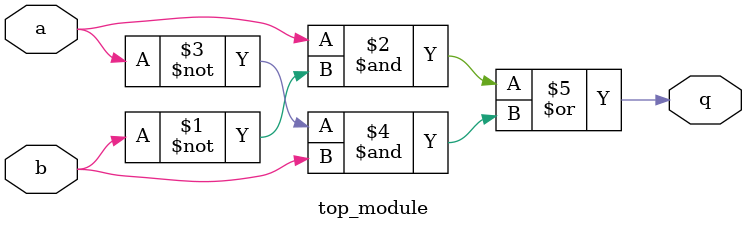
<source format=sv>
module top_module (
	input a, 
	input b, 
	output q
);
	
	assign q = (a & ~b) | (~a & b);
	
endmodule

</source>
